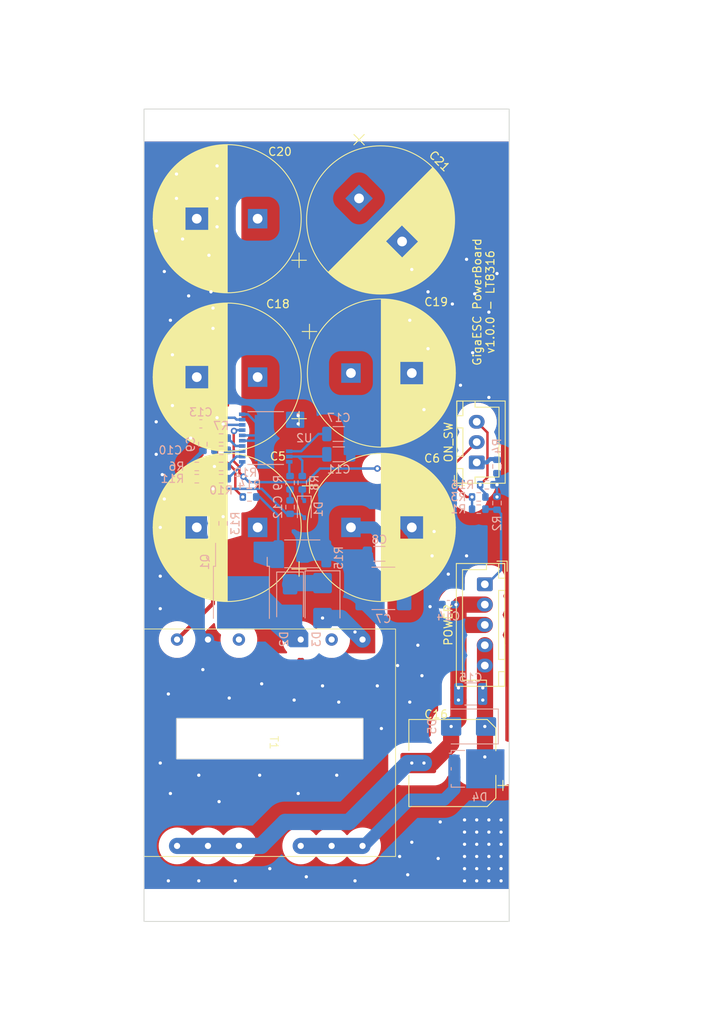
<source format=kicad_pcb>
(kicad_pcb (version 20221018) (generator pcbnew)
  (layers (0 "F.Cu" signal) (31 "B.Cu" signal) (34 "B.Paste" user) (35 "F.Paste" user) (36 "B.SilkS" user "B.Silkscreen") (37 "F.SilkS" user "F.Silkscreen") (38 "B.Mask" user) (39 "F.Mask" user) (44 "Edge.Cuts" user))
  (net 0 "")
  (net 1 "+BATT")
  (net 2 "-BATT")
  (net 3 "+12V")
  (net 4 "Net-(U2-INTVCC)")
  (net 5 "Net-(SW1-C)")
  (net 6 "GND")
  (net 7 "IN_V")
  (net 8 "Net-(SW1-A)")
  (net 9 "Net-(SW1-B)")
  (net 10 "Net-(C9-Pad1)")
  (net 11 "Net-(U2-VC)")
  (net 12 "Net-(U2-BIAS)")
  (net 13 "Net-(D1-A)")
  (net 14 "Net-(C12-Pad2)")
  (net 15 "Net-(U2-SENSE)")
  (net 16 "Net-(D1-K)")
  (net 17 "Net-(D2-K)")
  (net 18 "Net-(D2-A)")
  (net 19 "Net-(D4-A-Pad1)")
  (net 20 "Net-(Q1-G)")
  (net 21 "Net-(Q1-S)")
  (net 22 "Net-(U2-IREG{slash}SS)")
  (net 23 "Net-(U2-DCM)")
  (net 24 "Net-(U2-FB)")
  (net 25 "Net-(U2-TC)")
  (net 26 "Net-(U2-GATE)")
  (footprint "Capacitor_THT:CP_Radial_D18.0mm_P7.50mm" (layer "F.Cu") (at 64 101.5 180)
    (fp_text reference "C5" (at -2.5 8.75) (layer "F.SilkS"))
    (fp_text value "330u 200V")
    (pad "1" thru_hole rect (at 0 0 180) (size 2.4 2.4) (drill 1.2) (layers "*.Cu" "*.Mask") (net 1 "+BATT"))
    (pad "2" thru_hole circle (at 7.5 0 180) (size 2.4 2.4) (drill 1.2) (layers "*.Cu" "*.Mask") (net 2 "-BATT"))
  )
  (footprint "Connector_JST:JST_XH_B5B-XH-A_1x05_P2.50mm_Vertical" (layer "F.Cu") (at 92 108.5 -90)
    (fp_text reference "J1" hide)
    (fp_text value "AuxConn")
    (fp_text user "POWER" (at 5 4.5 90 unlocked) (layer "F.SilkS"))
    (pad "1" thru_hole roundrect (at 0 0 270) (size 1.7 1.95) (drill 0.95) (layers "*.Cu" "*.Mask") (roundrect_rratio 0.1470588235) (net 7 "IN_V"))
    (pad "2" thru_hole oval (at 2.5 0 270) (size 1.7 1.95) (drill 0.95) (layers "*.Cu" "*.Mask") (net 6 "GND"))
    (pad "3" thru_hole oval (at 5 0 270) (size 1.7 1.95) (drill 0.95) (layers "*.Cu" "*.Mask") (net 6 "GND"))
    (pad "4" thru_hole oval (at 7.5 0 270) (size 1.7 1.95) (drill 0.95) (layers "*.Cu" "*.Mask") (net 3 "+12V"))
    (pad "5" thru_hole oval (at 10 0 270) (size 1.7 1.95) (drill 0.95) (layers "*.Cu" "*.Mask") (net 3 "+12V"))
  )
  (footprint "Capacitor_THT:CP_Radial_D18.0mm_P7.50mm" (layer "F.Cu") (at 75.5 101.5)
    (fp_text reference "C6" (at 10 -8.5) (layer "F.SilkS"))
    (fp_text value "330u 200V")
    (pad "1" thru_hole rect (at 0 0) (size 2.4 2.4) (drill 1.2) (layers "*.Cu" "*.Mask") (net 1 "+BATT"))
    (pad "2" thru_hole circle (at 7.5 0) (size 2.4 2.4) (drill 1.2) (layers "*.Cu" "*.Mask") (net 2 "-BATT"))
  )
  (footprint "Connector_JST:JST_XH_B3B-XH-A_1x03_P2.50mm_Vertical" (layer "F.Cu") (at 91 93.5 90)
    (fp_text reference "SW1" hide)
    (fp_text value "POWER_SW")
    (fp_text user "ON_SW" (at 2.5 -3.475 90 unlocked) (layer "F.SilkS"))
    (pad "1" thru_hole roundrect (at 0 0 90) (size 1.7 1.95) (drill 0.95) (layers "*.Cu" "*.Mask") (roundrect_rratio 0.1470588235) (net 8 "Net-(SW1-A)"))
    (pad "2" thru_hole oval (at 2.5 0 90) (size 1.7 1.95) (drill 0.95) (layers "*.Cu" "*.Mask") (net 9 "Net-(SW1-B)"))
    (pad "3" thru_hole oval (at 5 0 90) (size 1.7 1.95) (drill 0.95) (layers "*.Cu" "*.Mask") (net 5 "Net-(SW1-C)"))
  )
  (footprint "GigaVescLibs:PQ2620" (layer "F.Cu") (at 65.5 128 -90)
    (fp_text reference "T1" (at 0 -0.5 -90 unlocked) (layer "F.SilkS") (effects (font (thickness 0.1))))
    (fp_text value "11328-T078")
    (pad "1" thru_hole circle (at -12.7 -11.43 270) (size 1.524 1.524) (drill 0.762) (layers "*.Cu" "*.Mask") (net 1 "+BATT"))
    (pad "2" thru_hole circle (at -12.7 -7.62 270) (size 1.524 1.524) (drill 0.762) (layers "*.Cu" "*.Mask"))
    (pad "3" thru_hole circle (at -12.7 -3.81 270) (size 1.524 1.524) (drill 0.762) (layers "*.Cu" "*.Mask") (net 18 "Net-(D2-A)"))
    (pad "4" thru_hole circle (at -12.7 3.81 270) (size 1.524 1.524) (drill 0.762) (layers "*.Cu" "*.Mask"))
    (pad "5" thru_hole circle (at -12.7 7.62 270) (size 1.524 1.524) (drill 0.762) (layers "*.Cu" "*.Mask") (net 2 "-BATT"))
    (pad "6" thru_hole circle (at -12.7 11.43 270) (size 1.524 1.524) (drill 0.762) (layers "*.Cu" "*.Mask") (net 13 "Net-(D1-A)"))
    (pad "7" thru_hole circle (at 12.7 11.43 270) (size 1.524 1.524) (drill 0.762) (layers "*.Cu" "*.Mask") (net 6 "GND"))
    (pad "8" thru_hole circle (at 12.7 7.62 270) (size 1.524 1.524) (drill 0.762) (layers "*.Cu" "*.Mask") (net 6 "GND"))
    (pad "9" thru_hole circle (at 12.7 3.81 270) (size 1.524 1.524) (drill 0.762) (layers "*.Cu" "*.Mask") (net 6 "GND"))
    (pad "10" thru_hole circle (at 12.7 -3.81 270) (size 1.524 1.524) (drill 0.762) (layers "*.Cu" "*.Mask") (net 19 "Net-(D4-A-Pad1)"))
    (pad "11" thru_hole circle (at 12.7 -7.62 270) (size 1.524 1.524) (drill 0.762) (layers "*.Cu" "*.Mask") (net 19 "Net-(D4-A-Pad1)"))
    (pad "12" thru_hole circle (at 12.7 -11.43 270) (size 1.524 1.524) (drill 0.762) (layers "*.Cu" "*.Mask") (net 19 "Net-(D4-A-Pad1)"))
  )
  (footprint "Capacitor_THT:CP_Radial_D18.0mm_P7.50mm" (layer "F.Cu") (at 76.5 61 -45)
    (fp_text reference "C21" (at 3.75 -10.25 135) (layer "F.SilkS"))
    (fp_text value "330u 200V")
    (pad "1" thru_hole rect (at 0 0 315) (size 2.4 2.4) (drill 1.2) (layers "*.Cu" "*.Mask") (net 1 "+BATT"))
    (pad "2" thru_hole circle (at 7.5 0 315) (size 2.4 2.4) (drill 1.2) (layers "*.Cu" "*.Mask") (net 2 "-BATT"))
  )
  (footprint "Capacitor_SMD:CP_Elec_10x10.5" (layer "F.Cu") (at 88 130.5 180)
    (fp_text reference "C16" (at 2 6) (layer "F.SilkS"))
    (fp_text value "470u 25V")
    (pad "1" smd roundrect (at -4.2 0 180) (size 4.4 2.5) (layers "F.Cu" "F.Paste" "F.Mask") (roundrect_rratio 0.1) (net 3 "+12V"))
    (pad "2" smd roundrect (at 4.2 0 180) (size 4.4 2.5) (layers "F.Cu" "F.Paste" "F.Mask") (roundrect_rratio 0.1) (net 6 "GND"))
  )
  (footprint "Capacitor_THT:CP_Radial_D18.0mm_P7.50mm" (layer "F.Cu") (at 75.5 82.5)
    (fp_text reference "C19" (at 10.5 -8.75) (layer "F.SilkS"))
    (fp_text value "330u 200V")
    (pad "1" thru_hole rect (at 0 0) (size 2.4 2.4) (drill 1.2) (layers "*.Cu" "*.Mask") (net 1 "+BATT"))
    (pad "2" thru_hole circle (at 7.5 0) (size 2.4 2.4) (drill 1.2) (layers "*.Cu" "*.Mask") (net 2 "-BATT"))
  )
  (footprint "Capacitor_THT:CP_Radial_D18.0mm_P7.50mm" (layer "F.Cu") (at 64 83 180)
    (fp_text reference "C18" (at -2.5 9) (layer "F.SilkS"))
    (fp_text value "330u 200V")
    (pad "1" thru_hole rect (at 0 0 180) (size 2.4 2.4) (drill 1.2) (layers "*.Cu" "*.Mask") (net 1 "+BATT"))
    (pad "2" thru_hole circle (at 7.5 0 180) (size 2.4 2.4) (drill 1.2) (layers "*.Cu" "*.Mask") (net 2 "-BATT"))
  )
  (footprint "Capacitor_THT:CP_Radial_D18.0mm_P7.50mm" (layer "F.Cu") (at 64 63.5 180)
    (fp_text reference "C20" (at -2.75 8.25) (layer "F.SilkS"))
    (fp_text value "330u 200V")
    (pad "1" thru_hole rect (at 0 0 180) (size 2.4 2.4) (drill 1.2) (layers "*.Cu" "*.Mask") (net 1 "+BATT"))
    (pad "2" thru_hole circle (at 7.5 0 180) (size 2.4 2.4) (drill 1.2) (layers "*.Cu" "*.Mask") (net 2 "-BATT"))
  )
  (footprint "Resistor_SMD:R_0603_1608Metric" (layer "B.Cu") (at 59.5 90.5)
    (fp_text reference "R7" (at 0 -1.5) (layer "B.SilkS") (effects (justify mirror)))
    (fp_text value "56k")
    (pad "1" smd roundrect (at -0.825 0) (size 0.8 0.95) (layers "B.Cu" "B.Paste" "B.Mask") (net 2 "-BATT"))
    (pad "2" smd roundrect (at 0.825 0) (size 0.8 0.95) (layers "B.Cu" "B.Paste" "B.Mask") (net 22 "Net-(U2-IREG{slash}SS)"))
  )
  (footprint "Capacitor_SMD:C_0603_1608Metric" (layer "B.Cu") (at 57 88.75 180)
    (fp_text reference "C13" (at 0 1.43) (layer "B.SilkS") (effects (justify mirror)))
    (fp_text value "1n")
    (pad "1" smd roundrect (at -0.775 0 180) (size 0.9 0.95) (layers "B.Cu" "B.Paste" "B.Mask") (net 15 "Net-(U2-SENSE)"))
    (pad "2" smd roundrect (at 0.775 0 180) (size 0.9 0.95) (layers "B.Cu" "B.Paste" "B.Mask") (net 2 "-BATT"))
  )
  (footprint "GigaVescLibs:C_0603_1608Metric_L" (layer "B.Cu") (at 59.5 92 180)
    (fp_text reference "C10" (at 6.25 0) (layer "B.SilkS") (effects (justify mirror)))
    (fp_text value "47p")
    (pad "1" smd roundrect (at -0.825 0 180) (size 0.8 0.95) (layers "B.Cu" "B.Paste" "B.Mask") (net 11 "Net-(U2-VC)"))
    (pad "2" smd roundrect (at 0.825 0 180) (size 0.8 0.95) (layers "B.Cu" "B.Paste" "B.Mask") (net 2 "-BATT"))
  )
  (footprint "Resistor_SMD:R_0603_1608Metric" (layer "B.Cu") (at 69.5 96 -90)
    (fp_text reference "R8" (at 0 -1.5 -270) (layer "B.SilkS") (effects (justify mirror)))
    (fp_text value "10")
    (pad "1" smd roundrect (at -0.825 0 270) (size 0.8 0.95) (layers "B.Cu" "B.Paste" "B.Mask") (net 12 "Net-(U2-BIAS)"))
    (pad "2" smd roundrect (at 0.825 0 270) (size 0.8 0.95) (layers "B.Cu" "B.Paste" "B.Mask") (net 16 "Net-(D1-K)"))
  )
  (footprint "Resistor_SMD:R_0603_1608Metric" (layer "B.Cu") (at 68 96 90)
    (fp_text reference "R9" (at 0 -1.5 90) (layer "B.SilkS") (effects (justify mirror)))
    (fp_text value "10k")
    (pad "1" smd roundrect (at -0.825 0 90) (size 0.8 0.95) (layers "B.Cu" "B.Paste" "B.Mask") (net 14 "Net-(C12-Pad2)"))
    (pad "2" smd roundrect (at 0.825 0 90) (size 0.8 0.95) (layers "B.Cu" "B.Paste" "B.Mask") (net 23 "Net-(U2-DCM)"))
  )
  (footprint "Resistor_SMD:R_0603_1608Metric" (layer "B.Cu") (at 63 97.75)
    (fp_text reference "R14" (at 0 -1.5 180) (layer "B.SilkS") (effects (justify mirror)))
    (fp_text value "100")
    (pad "1" smd roundrect (at -0.825 0) (size 0.8 0.95) (layers "B.Cu" "B.Paste" "B.Mask") (net 15 "Net-(U2-SENSE)"))
    (pad "2" smd roundrect (at 0.825 0) (size 0.8 0.95) (layers "B.Cu" "B.Paste" "B.Mask") (net 21 "Net-(Q1-S)"))
  )
  (footprint "Capacitor_SMD:C_1206_3216Metric" (layer "B.Cu") (at 79 104.75 180)
    (fp_text reference "C8" (at 0 1.75) (layer "B.SilkS") (effects (justify mirror)))
    (fp_text value "100n 200V")
    (pad "1" smd roundrect (at -1.475 0 180) (size 1.15 1.8) (layers "B.Cu" "B.Paste" "B.Mask") (roundrect_rratio 0.2173913043) (net 1 "+BATT"))
    (pad "2" smd roundrect (at 1.475 0 180) (size 1.15 1.8) (layers "B.Cu" "B.Paste" "B.Mask") (roundrect_rratio 0.2173913043) (net 2 "-BATT"))
  )
  (footprint "Resistor_SMD:R_2512_6332Metric" (layer "B.Cu") (at 69.5 104.75 180)
    (fp_text reference "R15" (at -4.5 -0.5 270) (layer "B.SilkS") (effects (justify mirror)))
    (fp_text value "0.05")
    (pad "1" smd roundrect (at -2.9625 0 180) (size 1.225 3.35) (layers "B.Cu" "B.Paste" "B.Mask") (roundrect_rratio 0.2040816327) (net 2 "-BATT"))
    (pad "2" smd roundrect (at 2.9625 0 180) (size 1.225 3.35) (layers "B.Cu" "B.Paste" "B.Mask") (roundrect_rratio 0.2040816327) (net 21 "Net-(Q1-S)"))
  )
  (footprint "Resistor_SMD:R_0603_1608Metric" (layer "B.Cu") (at 93.5 94 90)
    (fp_text reference "R4" (at 2.5 0 270) (layer "B.SilkS") (effects (justify mirror)))
    (fp_text value "20k")
    (pad "1" smd roundrect (at -0.825 0 90) (size 0.8 0.95) (layers "B.Cu" "B.Paste" "B.Mask") (net 2 "-BATT"))
    (pad "2" smd roundrect (at 0.825 0 90) (size 0.8 0.95) (layers "B.Cu" "B.Paste" "B.Mask") (net 8 "Net-(SW1-A)"))
  )
  (footprint "Capacitor_SMD:C_0603_1608Metric" (layer "B.Cu") (at 87.5 111)
    (fp_text reference "C14" (at 0 1.43 180) (layer "B.SilkS") (effects (justify mirror)))
    (fp_text value "2.2nF")
    (pad "1" smd roundrect (at -0.775 0) (size 0.9 0.95) (layers "B.Cu" "B.Paste" "B.Mask") (net 2 "-BATT"))
    (pad "2" smd roundrect (at 0.775 0) (size 0.9 0.95) (layers "B.Cu" "B.Paste" "B.Mask") (net 6 "GND"))
  )
  (footprint "Resistor_SMD:R_0603_1608Metric" (layer "B.Cu") (at 59.5 95.5)
    (fp_text reference "R10" (at 0 1.43 180) (layer "B.SilkS") (effects (justify mirror)))
    (fp_text value "120k")
    (pad "1" smd roundrect (at -0.825 0) (size 0.8 0.95) (layers "B.Cu" "B.Paste" "B.Mask") (net 24 "Net-(U2-FB)"))
    (pad "2" smd roundrect (at 0.825 0) (size 0.8 0.95) (layers "B.Cu" "B.Paste" "B.Mask") (net 25 "Net-(U2-TC)"))
  )
  (footprint "Resistor_SMD:R_0603_1608Metric" (layer "B.Cu") (at 56.5 94 180)
    (fp_text reference "R6" (at 2.5 0) (layer "B.SilkS") (effects (justify mirror)))
    (fp_text value "10k")
    (pad "1" smd roundrect (at -0.825 0 180) (size 0.8 0.95) (layers "B.Cu" "B.Paste" "B.Mask") (net 11 "Net-(U2-VC)"))
    (pad "2" smd roundrect (at 0.825 0 180) (size 0.8 0.95) (layers "B.Cu" "B.Paste" "B.Mask") (net 10 "Net-(C9-Pad1)"))
  )
  (footprint "Resistor_SMD:R_0603_1608Metric" (layer "B.Cu") (at 92.25 96.25 180)
    (fp_text reference "R16" (at 3 0) (layer "B.SilkS") (effects (justify mirror)))
    (fp_text value "20k")
    (pad "1" smd roundrect (at -0.825 0 180) (size 0.8 0.95) (layers "B.Cu" "B.Paste" "B.Mask") (net 2 "-BATT"))
    (pad "2" smd roundrect (at 0.825 0 180) (size 0.8 0.95) (layers "B.Cu" "B.Paste" "B.Mask") (net 5 "Net-(SW1-C)"))
  )
  (footprint "Resistor_SMD:R_0603_1608Metric" (layer "B.Cu") (at 91.25 97.75)
    (fp_text reference "R3" (at -2.5 0 180) (layer "B.SilkS") (effects (justify mirror)))
    (fp_text value "470k")
    (pad "1" smd roundrect (at -0.825 0) (size 0.8 0.95) (layers "B.Cu" "B.Paste" "B.Mask") (net 1 "+BATT"))
    (pad "2" smd roundrect (at 0.825 0) (size 0.8 0.95) (layers "B.Cu" "B.Paste" "B.Mask") (net 5 "Net-(SW1-C)"))
  )
  (footprint "GigaVescLibs:C_0603_1608Metric_L" (layer "B.Cu") (at 57.25 91.25 90)
    (fp_text reference "C9" (at 0 -1.5 270) (layer "B.SilkS") (effects (justify mirror)))
    (fp_text value "100n")
    (pad "1" smd roundrect (at -0.825 0 90) (size 0.8 0.95) (layers "B.Cu" "B.Paste" "B.Mask") (net 10 "Net-(C9-Pad1)"))
    (pad "2" smd roundrect (at 0.825 0 90) (size 0.8 0.95) (layers "B.Cu" "B.Paste" "B.Mask") (net 2 "-BATT"))
  )
  (footprint "Resistor_SMD:R_0603_1608Metric" (layer "B.Cu") (at 59.75 101 -90)
    (fp_text reference "R13" (at 0 -1.5 90) (layer "B.SilkS") (effects (justify mirror)))
    (fp_text value "20")
    (pad "1" smd roundrect (at -0.825 0 270) (size 0.8 0.95) (layers "B.Cu" "B.Paste" "B.Mask") (net 26 "Net-(U2-GATE)"))
    (pad "2" smd roundrect (at 0.825 0 270) (size 0.8 0.95) (layers "B.Cu" "B.Paste" "B.Mask") (net 20 "Net-(Q1-G)"))
  )
  (footprint "Resistor_SMD:R_0603_1608Metric" (layer "B.Cu") (at 91.25 99.25)
    (fp_text reference "R1" (at -2.5 0 180) (layer "B.SilkS") (effects (justify mirror)))
    (fp_text value "150k")
    (pad "1" smd roundrect (at -0.825 0) (size 0.8 0.95) (layers "B.Cu" "B.Paste" "B.Mask") (net 1 "+BATT"))
    (pad "2" smd roundrect (at 0.825 0) (size 0.8 0.95) (layers "B.Cu" "B.Paste" "B.Mask") (net 7 "IN_V"))
  )
  (footprint "Resistor_SMD:R_0603_1608Metric" (layer "B.Cu") (at 93.5 98.5 90)
    (fp_text reference "R2" (at -2.5 0 270) (layer "B.SilkS") (effects (justify mirror)))
    (fp_text value "2.7k")
    (pad "1" smd roundrect (at -0.825 0 90) (size 0.8 0.95) (layers "B.Cu" "B.Paste" "B.Mask") (net 7 "IN_V"))
    (pad "2" smd roundrect (at 0.825 0 90) (size 0.8 0.95) (layers "B.Cu" "B.Paste" "B.Mask") (net 2 "-BATT"))
  )
  (footprint "Resistor_SMD:R_0603_1608Metric" (layer "B.Cu") (at 59.5 94)
    (fp_text reference "R12" (at 3 0.75 180) (layer "B.SilkS") (effects (justify mirror)))
    (fp_text value "56k")
    (pad "1" smd roundrect (at -0.825 0) (size 0.8 0.95) (layers "B.Cu" "B.Paste" "B.Mask") (net 13 "Net-(D1-A)"))
    (pad "2" smd roundrect (at 0.825 0) (size 0.8 0.95) (layers "B.Cu" "B.Paste" "B.Mask") (net 24 "Net-(U2-FB)"))
  )
  (footprint "GigaVescLibs:IC_LT8316EFE#PBF" (layer "B.Cu") (at 65 90.5 180)
    (fp_text reference "U2" (at -4.75 0) (layer "B.SilkS") (effects (justify mirror)))
    (fp_text value "LT8316EFE#PBF")
    (pad "1" smd rect (at -2.9 2.925 180) (size 0.8 0.45) (layers "B.Cu" "B.Paste" "B.Mask") (net 1 "+BATT"))
    (pad "2" smd rect (at -2.9 2.275 180) (size 0.8 0.45) (layers "B.Cu" "B.Paste" "B.Mask") (net 1 "+BATT"))
    (pad "3" smd rect (at -2.9 1.625 180) (size 0.8 0.45) (layers "B.Cu" "B.Paste" "B.Mask") (net 1 "+BATT"))
    (pad "8" smd rect (at -2.9 -1.625 180) (size 0.8 0.45) (layers "B.Cu" "B.Paste" "B.Mask") (net 4 "Net-(U2-INTVCC)"))
    (pad "9" smd rect (at -2.9 -2.275 180) (size 0.8 0.45) (layers "B.Cu" "B.Paste" "B.Mask") (net 12 "Net-(U2-BIAS)"))
    (pad "10" smd rect (at -2.9 -2.925 180) (size 0.8 0.45) (layers "B.Cu" "B.Paste" "B.Mask") (net 23 "Net-(U2-DCM)"))
    (pad "11" smd rect (at 2.9 -2.925 180) (size 0.8 0.45) (layers "B.Cu" "B.Paste" "B.Mask") (net 25 "Net-(U2-TC)"))
    (pad "12" smd rect (at 2.9 -2.275 180) (size 0.8 0.45) (layers "B.Cu" "B.Paste" "B.Mask") (net 24 "Net-(U2-FB)"))
    (pad "13" smd rect (at 2.9 -1.625 180) (size 0.8 0.45) (layers "B.Cu" "B.Paste" "B.Mask") (net 11 "Net-(U2-VC)"))
    (pad "14" smd rect (at 2.9 -0.975 180) (size 0.8 0.45) (layers "B.Cu" "B.Paste" "B.Mask") (net 22 "Net-(U2-IREG{slash}SS)"))
    (pad "15" smd rect (at 2.9 -0.325 180) (size 0.8 0.45) (layers "B.Cu" "B.Paste" "B.Mask") (net 2 "-BATT"))
    (pad "16" smd rect (at 2.9 0.325 180) (size 0.8 0.45) (layers "B.Cu" "B.Paste" "B.Mask") (net 2 "-BATT"))
    (pad "17" smd rect (at 2.9 0.975 180) (size 0.8 0.45) (layers "B.Cu" "B.Paste" "B.Mask") (net 9 "Net-(SW1-B)"))
    (pad "18" smd rect (at 2.9 1.625 180) (size 0.8 0.45) (layers "B.Cu" "B.Paste" "B.Mask") (net 15 "Net-(U2-SENSE)"))
    (pad "19" smd rect (at 2.9 2.275 180) (size 0.8 0.45) (layers "B.Cu" "B.Paste" "B.Mask") (net 26 "Net-(U2-GATE)"))
    (pad "20" smd rect (at 2.9 2.925 180) (size 0.8 0.45) (layers "B.Cu" "B.Paste" "B.Mask") (net 2 "-BATT"))
    (pad "21" smd rect (at 0.47 0 180) (size 1.78 5.68) (layers "B.Cu" "B.Mask") (net 2 "-BATT"))
  )
  (footprint "Capacitor_SMD:C_1210_3225Metric" (layer "B.Cu") (at 90.25 122 180)
    (fp_text reference "C15" (at 0 2) (layer "B.SilkS") (effects (justify mirror)))
    (fp_text value "47u 16V")
    (pad "1" smd roundrect (at -1.475 0 180) (size 1.15 2.7) (layers "B.Cu" "B.Paste" "B.Mask") (roundrect_rratio 0.2173913043) (net 3 "+12V"))
    (pad "2" smd roundrect (at 1.475 0 180) (size 1.15 2.7) (layers "B.Cu" "B.Paste" "B.Mask") (roundrect_rratio 0.2173913043) (net 6 "GND"))
  )
  (footprint "Diode_SMD:D_SOD-323" (layer "B.Cu") (at 69.75 99.25 -90)
    (fp_text reference "D1" (at 0 -1.75 -270) (layer "B.SilkS") (effects (justify mirror)))
    (fp_text value "BAV20WS-7-F")
    (pad "1" smd roundrect (at -1.05 0 270) (size 0.6 0.45) (layers "B.Cu" "B.Paste" "B.Mask") (net 16 "Net-(D1-K)"))
    (pad "2" smd roundrect (at 1.05 0 270) (size 0.6 0.45) (layers "B.Cu" "B.Paste" "B.Mask") (net 13 "Net-(D1-A)"))
  )
  (footprint "Package_TO_SOT_SMD:TO-277A" (layer "B.Cu") (at 91.015 131.21 -90)
    (fp_text reference "D4" (at 3.5 -0.35) (layer "B.SilkS") (effects (justify mirror)))
    (fp_text value "FSV15120V")
    (pad "1" smd rect (at -1.04 2.765 270) (size 1.4 1.27) (layers "B.Cu" "B.Paste" "B.Mask") (net 19 "Net-(D4-A-Pad1)"))
    (pad "2" smd rect (at 1.04 2.765 270) (size 1.4 1.27) (layers "B.Cu" "B.Paste" "B.Mask") (net 19 "Net-(D4-A-Pad1)"))
    (pad "3" smd rect (at 0 -1.04 270) (size 4.8 4.72) (layers "B.Cu" "B.Mask") (net 3 "+12V"))
  )
  (footprint "Diode_SMD:D_SMB" (layer "B.Cu") (at 72 110.5 -90)
    (fp_text reference "D3" (at 4.75 0.75 90) (layer "B.SilkS") (effects (justify mirror)))
    (fp_text value "SMBJ188A")
    (pad "1" smd roundrect (at -2.15 0 270) (size 2.5 2.3) (layers "B.Cu" "B.Paste" "B.Mask") (roundrect_rratio 0.1086956522) (net 17 "Net-(D2-K)"))
    (pad "2" smd roundrect (at 2.15 0 270) (size 2.5 2.3) (layers "B.Cu" "B.Paste" "B.Mask") (roundrect_rratio 0.1086956522) (net 1 "+BATT"))
  )
  (footprint "Resistor_SMD:R_0603_1608Metric" (layer "B.Cu") (at 56.5 95.5 180)
    (fp_text reference "R11" (at 3 0) (layer "B.SilkS") (effects (justify mirror)))
    (fp_text value "6.2k")
    (pad "1" smd roundrect (at -0.825 0 180) (size 0.8 0.95) (layers "B.Cu" "B.Paste" "B.Mask") (net 24 "Net-(U2-FB)"))
    (pad "2" smd roundrect (at 0.825 0 180) (size 0.8 0.95) (layers "B.Cu" "B.Paste" "B.Mask") (net 2 "-BATT"))
  )
  (footprint "Capacitor_SMD:C_1206_3216Metric" (layer "B.Cu") (at 74 90)
    (fp_text reference "C17" (at 0 -2) (layer "B.SilkS") (effects (justify mirror)))
    (fp_text value "4.7u 50V")
    (pad "1" smd roundrect (at -1.475 0) (size 1.15 1.8) (layers "B.Cu" "B.Paste" "B.Mask") (roundrect_rratio 0.2173913043) (net 4 "Net-(U2-INTVCC)"))
    (pad "2" smd roundrect (at 1.475 0) (size 1.15 1.8) (layers "B.Cu" "B.Paste" "B.Mask") (roundrect_rratio 0.2173913043) (net 2 "-BATT"))
  )
  (footprint "Capacitor_SMD:C_1206_3216Metric" (layer "B.Cu") (at 74 92.5)
    (fp_text reference "C11" (at 0 1.85) (layer "B.SilkS") (effects (justify mirror)))
    (fp_text value "4.7u 50V")
    (pad "1" smd roundrect (at -1.475 0) (size 1.15 1.8) (layers "B.Cu" "B.Paste" "B.Mask") (roundrect_rratio 0.2173913043) (net 12 "Net-(U2-BIAS)"))
    (pad "2" smd roundrect (at 1.475 0) (size 1.15 1.8) (layers "B.Cu" "B.Paste" "B.Mask") (roundrect_rratio 0.2173913043) (net 2 "-BATT"))
  )
  (footprint "Diode_SMD:D_SMB" (layer "B.Cu") (at 90 126 180)
    (fp_text reference "D5" (at 4.5 0 90) (layer "B.SilkS") (effects (justify mirror)))
    (fp_text value "3SMB5928B")
    (pad "1" smd roundrect (at -2.15 0 180) (size 2.5 2.3) (layers "B.Cu" "B.Paste" "B.Mask") (roundrect_rratio 0.1086956522) (net 3 "+12V"))
    (pad "2" smd roundrect (at 2.15 0 180) (size 2.5 2.3) (layers "B.Cu" "B.Paste" "B.Mask") (roundrect_rratio 0.1086956522) (net 6 "GND"))
  )
  (footprint "GigaVescLibs:C_0603_1608Metric_L" (layer "B.Cu") (at 68 99 90)
    (fp_text reference "C12" (at 0 -1.5 270) (layer "B.SilkS") (effects (justify mirror)))
    (fp_text value "47p")
    (pad "1" smd roundrect (at -0.825 0 90) (size 0.8 0.95) (layers "B.Cu" "B.Paste" "B.Mask") (net 13 "Net-(D1-A)"))
    (pad "2" smd roundrect (at 0.825 0 90) (size 0.8 0.95) (layers "B.Cu" "B.Paste" "B.Mask") (net 14 "Net-(C12-Pad2)"))
  )
  (footprint "Capacitor_SMD:C_2220_5650Metric" (layer "B.Cu") (at 79.5 109 180)
    (fp_text reference "C7" (at 0 -3.75) (layer "B.SilkS") (effects (justify mirror)))
    (fp_text value "1u 200V")
    (pad "1" smd roundrect (at -2.55 0 180) (size 1.8 5.4) (layers "B.Cu" "B.Paste" "B.Mask") (roundrect_rratio 0.1388888889) (net 1 "+BATT"))
    (pad "2" smd roundrect (at 2.55 0 180) (size 1.8 5.4) (layers "B.Cu" "B.Paste" "B.Mask") (roundrect_rratio 0.1388888889) (net 2 "-BATT"))
  )
  (footprint "Diode_SMD:D_SMA" (layer "B.Cu") (at 68 110.5 -90)
    (fp_text reference "D2" (at 4.75 0.75 -90) (layer "B.SilkS") (effects (justify mirror)))
    (fp_text value "US1M")
    (pad "1" smd roundrect (at -2 0 270) (size 2.5 1.8) (layers "B.Cu" "B.Paste" "B.Mask") (roundrect_rratio 0.1388888889) (net 17 "Net-(D2-K)"))
    (pad "2" smd roundrect (at 2 0 270) (size 2.5 1.8) (layers "B.Cu" "B.Paste" "B.Mask") (roundrect_rratio 0.1388888889) (net 18 "Net-(D2-A)"))
  )
  (footprint "Package_TO_SOT_SMD:TO-252-2" (layer "B.Cu") (at 62 109.59 -90)
    (fp_text reference "Q1" (at -3.84 4.5 90) (layer "B.SilkS") (effects (justify mirror)))
    (fp_text value "STD11N65M2")
    (pad "1" smd roundrect (at -5.04 2.28 270) (size 2.2 1.2) (layers "B.Cu" "B.Paste" "B.Mask") (roundrect_rratio 0.2083333333) (net 20 "Net-(Q1-G)"))
    (pad "2" smd roundrect (at -0.415 -1.525 270) (size 3.05 2.75) (layers "B.Cu" "B.Paste") (roundrect_rratio 0.09090909091) (net 18 "Net-(D2-A)"))
    (pad "2" smd roundrect (at -0.415 1.525 270) (size 3.05 2.75) (layers "B.Cu" "B.Paste") (roundrect_rratio 0.09090909091) (net 18 "Net-(D2-A)"))
    (pad "2" smd roundrect (at 1.26 0 270) (size 6.4 5.8) (layers "B.Cu" "B.Mask") (roundrect_rratio 0.04310293103) (net 18 "Net-(D2-A)"))
    (pad "2" smd roundrect (at 2.935 -1.525 270) (size 3.05 2.75) (layers "B.Cu" "B.Paste") (roundrect_rratio 0.09090909091) (net 18 "Net-(D2-A)"))
    (pad "2" smd roundrect (at 2.935 1.525 270) (size 3.05 2.75) (layers "B.Cu" "B.Paste") (roundrect_rratio 0.09090909091) (net 18 "Net-(D2-A)"))
    (pad "3" smd roundrect (at -5.04 -2.28 270) (size 2.2 1.2) (layers "B.Cu" "B.Paste" "B.Mask") (roundrect_rratio 0.2083333333) (net 21 "Net-(Q1-S)"))
  )
  (gr_rect (start 54 125) (end 77 130) (stroke (width 0.1)) (fill none) (layer "Edge.Cuts"))
  (gr_rect (start 50 50) (end 95 150) (stroke (width 0.1)) (fill none) (layer "Edge.Cuts"))
  (gr_text "GigaESC PowerBoard\nv1.0.0 - LT8316" (at 93.25 73.75 90) (layer "F.SilkS") (effects (font (size 1 1)) (justify bottom)))
  (segment (start 89.75 97.75) (end 88.5 96.5) (width 0.3) (layer "F.Cu") (net 1))
  (segment (start 88.5 96.5) (end 78.25 96.5) (width 0.3) (layer "F.Cu") (net 1))
  (segment (start 90.425 97.75) (end 89.75 97.75) (width 0.3) (layer "F.Cu") (net 1))
  (via (at 69 88.75) (size 0.8) (drill 0.4) (layers "F.Cu" "B.Cu") (net 1))
  (via (at 90.425 97.75) (size 0.8) (drill 0.4) (layers "F.Cu" "B.Cu") (net 1))
  (via (at 72 112.65) (size 0.8) (drill 0.4) (layers "F.Cu" "B.Cu") (net 1))
  (via (at 69 87.75) (size 0.8) (drill 0.4) (layers "F.Cu" "B.Cu") (net 1))
  (via (at 76 114.37) (size 0.8) (drill 0.4) (layers "F.Cu" "B.Cu") (net 1))
  (segment (start 82.05 106.325) (end 80.475 104.75) (width 1.5) (layer "B.Cu") (net 1))
  (segment (start 82.05 109) (end 82.05 106.325) (width 1.5) (layer "B.Cu") (net 1))
  (segment (start 78.25 101.5) (end 80.475 103.725) (width 1.5) (layer "B.Cu") (net 1))
  (segment (start 72 112.65) (end 74.28 112.65) (width 2) (layer "B.Cu") (net 1))
  (segment (start 75.5 101.5) (end 78.25 101.5) (width 1.5) (layer "B.Cu") (net 1))
  (segment (start 90.425 99.25) (end 90.425 97.75) (width 0.3) (layer "B.Cu") (net 1))
  (segment (start 80.475 103.725) (end 80.475 104.75) (width 1.5) (layer "B.Cu") (net 1))
  (segment (start 74.28 112.65) (end 76.93 115.3) (width 2) (layer "B.Cu") (net 1))
  (via (at 58.25 72.5) (size 0.8) (drill 0.4) (layers "F.Cu" "B.Cu") (net 2))
  (via (at 51.5 88.5) (size 0.8) (drill 0.4) (layers "F.Cu" "B.Cu") (net 2))
  (via (at 94 139) (size 0.8) (drill 0.4) (layers "F.Cu" "B.Cu") (net 2))
  (via (at 81.5 142) (size 0.8) (drill 0.4) (layers "F.Cu" "B.Cu") (net 2))
  (via (at 72 121) (size 0.8) (drill 0.4) (layers "F.Cu" "B.Cu") (net 2))
  (via (at 92.5 143.5) (size 0.8) (drill 0.4) (layers "F.Cu" "B.Cu") (net 2))
  (via (at 85 79.5) (size 0.8) (drill 0.4) (layers "F.Cu" "B.Cu") (net 2))
  (via (at 92.5 140.5) (size 0.8) (drill 0.4) (layers "F.Cu" "B.Cu") (net 2))
  (via (at 91 140.5) (size 0.8) (drill 0.4) (layers "F.Cu" "B.Cu") (net 2))
  (via (at 52.5 70) (size 0.8) (drill 0.4) (layers "F.Cu" "B.Cu") (net 2))
  (via (at 82.75 76) (size 0.8) (drill 0.4) (layers "F.Cu" "B.Cu") (net 2))
  (via (at 54.75 66) (size 0.8) (drill 0.4) (layers "F.Cu" "B.Cu") (net 2))
  (via (at 58.5 77) (size 0.8) (drill 0.4) (layers "F.Cu" "B.Cu") (net 2))
  (via (at 57.25 119) (size 0.8) (drill 0.4) (layers "F.Cu" "B.Cu") (net 2))
  (via (at 55.5 73) (size 0.8) (drill 0.4) (layers "F.Cu" "B.Cu") (net 2))
  (via (at 91 142) (size 0.8) (drill 0.4) (layers "F.Cu" "B.Cu") (net 2))
  (via (at 52 101.5) (size 0.8) (drill 0.4) (layers "F.Cu" "B.Cu") (net 2))
  (via (at 92.5 137.5) (size 0.8) (drill 0.4) (layers "F.Cu" "B.Cu") (net 2))
  (via (at 91 139) (size 0.8) (drill 0.4) (layers "F.Cu" "B.Cu") (net 2))
  (via (at 89.75 105) (size 0.8) (drill 0.4) (layers "F.Cu" "B.Cu") (net 2))
  (via (at 52 130.5) (size 0.8) (drill 0.4) (layers "F.Cu" "B.Cu") (net 2))
  (via (at 64.5 120.75) (size 0.8) (drill 0.4) (layers "F.Cu" "B.Cu") (net 2))
  (via (at 83 69.75) (size 0.8) (drill 0.4) (layers "F.Cu" "B.Cu") (net 2))
  (via (at 53.5 86.5) (size 0.8) (drill 0.4) (layers "F.Cu" "B.Cu") (net 2))
  (via (at 58 68) (size 0.8) (drill 0.4) (layers "F.Cu" "B.Cu") (net 2))
  (via (at 92.5 145) (size 0.8) (drill 0.4) (layers "F.Cu" "B.Cu") (net 2))
  (via (at 79.25 126.25) (size 0.8) (drill 0.4) (layers "F.Cu" "B.Cu") (net 2))
  (via (at 53 122) (size 0.8) (drill 0.4) (layers "F.Cu" "B.Cu") (net 2))
  (via (at 54 61) (size 0.8) (drill 0.4) (layers "F.Cu" "B.Cu") (net 2))
  (via (at 89.75 68.5) (size 0.8) (drill 0.4) (layers "F.Cu" "B.Cu") (net 2))
  (via (at 61.25 145) (size 0.8) (drill 0.4) (layers "F.Cu" "B.Cu") (net 2))
  (via (at 92.5 142) (size 0.8) (drill 0.4) (layers "F.Cu" "B.Cu") (net 2))
  (via (at 68.5 122.75) (size 0.8) (drill 0.4) (layers "F.Cu" "B.Cu") (net 2))
  (via (at 89.5 145) (size 0.8) (drill 0.4) (layers "F.Cu" "B.Cu") (net 2))
  (via (at 82.5 144.25) (size 0.8) (drill 0.4) (layers "F.Cu" "B.Cu") (net 2))
  (via (at 92.5 75) (size 0.8) (drill 0.4) (layers "F.Cu" "B.Cu") (net 2))
  (via (at 52.5 98) (size 0.8) (drill 0.4) (layers "F.Cu" "B.Cu") (net 2))
  (via (at 90.5 80) (size 0.8) (drill 0.4) (layers "F.Cu" "B.Cu") (net 2))
  (via (at 89.5 140.5) (size 0.8) (drill 0.4) (layers "F.Cu" "B.Cu") (net 2))
  (via (at 59 64.5) (size 0.8) (drill 0.4) (layers "F.Cu" "B.Cu") (net 2))
  (via (at 84.25 119.75) (size 0.8) (drill 0.4) (layers "F.Cu" "B.Cu") (net 2))
  (via (at 85.5 105) (size 0.8) (drill 0.4) (layers "F.Cu" "B.Cu") (net 2))
  (via (at 94 137.5) (size 0.8) (drill 0.4) (layers "F.Cu" "B.Cu") (net 2))
  (via (at 56.75 145) (size 0.8) (drill 0.4) (layers "F.Cu" "B.Cu") (net 2))
  (via (at 89.5 142) (size 0.8) (drill 0.4) (layers "F.Cu" "B.Cu") (net 2))
  (via (at 70 144.5) (size 0.8) (drill 0.4) (layers "F.Cu" "B.Cu") (net 2))
  (via (at 85.75 102) (size 0.8) (drill 0.4) (layers "F.Cu" "B.Cu") (net 2))
  (via (at 89.5 139) (size 0.8) (drill 0.4) (layers "F.Cu" "B.Cu") (net 2))
  (via (at 76 145) (size 0.8) (drill 0.4) (layers "F.Cu" "B.Cu") (net 2))
  (via (at 52.25 95) (size 0.8) (drill 0.4) (layers "F.Cu" "B.Cu") (net 2))
  (via (at 84.5 87) (size 0.8) (drill 0.4) (layers "F.Cu" "B.Cu") (net 2))
  (via (at 53.25 134.25) (size 0.8) (drill 0.4) (layers "F.Cu" "B.Cu") (net 2))
  (via (at 94 145) (size 0.8) (drill 0.4) (layers "F.Cu" "B.Cu") (net 2))
  (via (at 91 143.500001) (size 0.8) (drill 0.4) (layers "F.Cu" "B.Cu") (net 2))
  (via (at 60.5 122.5) (size 0.8) (drill 0.4) (layers "F.Cu" "B.Cu") (net 2))
  (via (at 89.5 143.5) (size 0.8) (drill 0.4) (layers "F.Cu" "B.Cu") (net 2))
  (via (at 56.75 132) (size 0.8) (drill 0.4) (layers "F.Cu" "B.Cu") (net 2))
  (via (at 92.5 139) (size 0.8) (drill 0.4) (layers "F.Cu" "B.Cu") (net 2))
  (via (at 59.25 135.25) (size 0.8) (drill 0.4) (layers "F.Cu" "B.Cu") (net 2))
  (via (at 92.5 85.5) (size 0.8) (drill 0.4) (layers "F.Cu" "B.Cu") (net 2))
  (via (at 86.25 142.25) (size 0.8) (drill 0.4) (layers "F.Cu" "B.Cu") (net 2))
  (via (at 90.75 72.75) (size 0.8) (drill 0.4) (layers "F.Cu" "B.Cu") (net 2))
  (via (at 52 107.5) (size 0.8) (drill 0.4) (layers "F.Cu" "B.Cu") (net 2))
  (via (at 85 72.5) (size 0.8) (drill 0.4) (layers "F.Cu" "B.Cu") (net 2))
  (via (at 54 58) (size 0.8) (drill 0.4) (layers "F.Cu" "B.Cu") (net 2))
  (via (at 91 137.5) (size 0.8) (drill 0.4) (layers "F.Cu" "B.Cu") (net 2))
  (via (at 51.5 65) (size 0.8) (drill 0.4) (layers "F.Cu" "B.Cu") (net 2))
  (via (at 53 145) (size 0.8) (drill 0.4) (layers "F.Cu" "B.Cu") (net 2))
  (via (at 94 143.5) (size 0.8) (drill 0.4) (layers "F.Cu" "B.Cu") (net 2))
  (via (at 83 140.25) (size 0.8) (drill 0.4) (layers "F.Cu" "B.Cu") (net 2))
  (via (at 89 84) (size 0.8) (drill 0.4) (layers "F.Cu" "B.Cu") (net 2))
  (via (at 82.75 123) (size 0.8) (drill 0.4) (layers "F.Cu" "B.Cu") (net 2))
  (via (at 58.5 74.5) (size 0.8) (drill 0.4) (layers "F.Cu" "B.Cu") (net 2))
  (via (at 93.5 70.25) (size 0.8) (drill 0.4) (layers "F.Cu" "B.Cu") (net 2))
  (via (at 53.5 80.25) (size 0.8) (drill 0.4) (layers "F.Cu" "B.Cu") (net 2))
  (via (at 81.25 118.5) (size 0.8) (drill 0.4) (layers "F.Cu" "B.Cu") (net 2))
  (via (at 85.25 111.25) (size 0.8) (drill 0.4) (layers "F.Cu" "B.Cu") (net 2))
  (via (at 93.5 97.75) (size 0.8) (drill 0.4) (layers "F.Cu" "B.Cu") (net 2))
  (via (at 59 61) (size 0.8) (drill 0.4) (layers "F.Cu" "B.Cu") (net 2))
  (via (at 88 74) (size 0.8) (drill 0.4) (layers "F.Cu" "B.Cu") (net 2))
  (via (at 65.5 143.5) (size 0.8) (drill 0.4) (layers "F.Cu" "B.Cu") (net 2))
  (via (at 59 57) (size 0.8) (drill 0.4) (layers "F.Cu" "B.Cu") (net 2))
  (via (at 64.25 132) (size 0.8) (drill 0.4) (layers "F.Cu" "B.Cu") (net 2))
  (via (at 86.5 137.75) (size 0.8) (drill 0.4) (layers "F.Cu" "B.Cu") (net 2))
  (via (at 73.75 132) (size 0.8) (drill 0.4) (layers "F.Cu" "B.Cu") (net 2))
  (via (at 55.75 90.5) (size 0.8) (drill 0.4) (layers "F.Cu" "B.Cu") (net 2))
  (via (at 51.5 92.5) (size 0.8) (drill 0.4) (layers "F.Cu" "B.Cu") (net 2))
  (via (at 91 145) (size 0.8) (drill 0.4) (layers "F.Cu" "B.Cu") (net 2))
  (via (at 74 123) (size 0.8) (drill 0.4) (layers "F.Cu" "B.Cu") (net 2))
  (via (at 53.25 76) (size 0.8) (drill 0.4) (layers "F.Cu" "B.Cu") (net 2))
  (via (at 94 140.5) (size 0.8) (drill 0.4) (layers "F.Cu" "B.Cu") (net 2))
  (via (at 89.5 137.5) (size 0.8) (drill 0.4) (layers "F.Cu" "B.Cu") (net 2))
  (via (at 83.75 116) (size 0.8) (drill 0.4) (layers "F.Cu" "B.Cu") (net 2))
  (via (at 69 134.25) (size 0.8) (drill 0.4) (layers "F.Cu" "B.Cu") (net 2))
  (via (at 93.5 96.25) (size 0.8) (drill 0.4) (layers "F.Cu" "B.Cu") (net 2))
  (via (at 87.5 107.25) (size 0.8) (drill 0.4) (layers "F.Cu" "B.Cu") (net 2))
  (via (at 94 142) (size 0.8) (drill 0.4) (layers "F.Cu" "B.Cu") (net 2))
  (via (at 52 111.5) (size 0.8) (drill 0.4) (layers "F.Cu" "B.Cu") (net 2))
  (via (at 78.75 121) (size 0.8) (drill 0.4) (layers "F.Cu" "B.Cu") (net 2))
  (segment (start 55.675 95.5) (end 54.75 95.5) (width 0.5) (layer "B.Cu") (net 2))
  (segment (start 55.825 90.425) (end 58.275 90.425) (width 0.5) (layer "B.Cu") (net 2))
  (segment (start 93.5 97.675) (end 93.5 97.75) (width 0.3) (layer "B.Cu") (net 2))
  (segment (start 64.5 88.5) (end 64.5 89.275) (width 0.3) (layer "B.Cu") (net 2))
  (segment (start 62.8 87.575) (end 63.725 88.5) (width 0.3) (layer "B.Cu") (net 2))
  (segment (start 63.725 88.5) (end 64.5 88.5) (width 0.3) (layer "B.Cu") (net 2))
  (segment (start 64.5 89.275) (end 64.53 89.305) (width 0.3) (layer "B.Cu") (net 2))
  (segment (start 64.53 89.305) (end 64.53 90.5) (width 0.3) (layer "B.Cu") (net 2))
  (segment (start 55.25 91) (end 55.75 90.5) (width 0.5) (layer "B.Cu") (net 2))
  (segment (start 64.5 90.53) (end 64.5 90.5) (width 0.3) (layer "B.Cu") (net 2))
  (segment (start 93.5 97.75) (end 93.5 96.25) (width 0.3) (layer "B.Cu") (net 2))
  (segment (start 64.205 90.825) (end 64.5 90.53) (width 0.3) (layer "B.Cu") (net 2))
  (segment (start 64.53 90.5) (end 64.53 90.5) (width 0.3) (layer "B.Cu") (net 2))
  (segment (start 64.5 90.5) (end 64.53 90.5) (width 0.3) (layer "B.Cu") (net 2))
  (segment (start 54.75 95.5) (end 53.75 96.5) (width 0.5) (layer "B.Cu") (net 2))
  (segment (start 62.1 87.575) (end 62.8 87.575) (width 0.3) (layer "B.Cu") (net 2))
  (segment (start 58.675 90.825) (end 58.675 90.5) (width 0.5) (layer "B.Cu") (net 2))
  (segment (start 55.75 90.5) (end 55.825 90.425) (width 0.5) (layer "B.Cu") (net 2))
  (segment (start 58.675 92) (end 58.675 90.825) (width 0.5) (layer "B.Cu") (net 2))
  (segment (start 64.205 90.175) (end 64.53 90.5) (width 0.3) (layer "B.Cu") (net 2))
  (segment (start 58.275 90.425) (end 58.675 90.825) (width 0.5) (layer "B.Cu") (net 2))
  (segment (start 62.1 90.175) (end 64.205 90.175) (width 0.3) (layer "B.Cu") (net 2))
  (segment (start 62.1 90.825) (end 64.205 90.825) (width 0.3) (layer "B.Cu") (net 2))
  (segment (start 92 126) (end 92.025 126.025) (width 2) (layer "F.Cu") (net 3))
  (segment (start 92.025 126.025) (end 92.025 129.725) (width 2) (layer "F.Cu") (net 3))
  (segment (start 92.025 120.975) (end 92.025 125.975) (width 2) (layer "F.Cu") (net 3))
  (segment (start 92.025 125.975) (end 92 126) (width 2) (layer "F.Cu") (net 3))
  (segment (start 92.025 130.325) (end 92.2 130.5) (width 2) (layer "F.Cu") (net 3))
  (segment (start 92.025 116.025) (end 92.025 120.975) (width 2) (layer "F.Cu") (net 3))
  (segment (start 92 116) (end 92.025 116.025) (width 2) (layer "F.Cu") (net 3))
  (segment (start 92 129.75) (end 92.025 129.775) (width 2) (layer "F.Cu") (net 3))
  (segment (start 92.025 129.725) (end 92 129.75) (width 2) (layer "F.Cu") (net 3))
  (segment (start 92.025 129.775) (end 92.025 130.325) (width 2) (layer "F.Cu") (net 3))
  (via (at 91.75 121.25) (size 0.8) (drill 0.4) (layers "F.Cu" "B.Cu") (net 3))
  (via (at 92 129.75) (size 0.8) (drill 0.4) (layers "F.Cu" "B.Cu") (net 3))
  (via (at 92 126) (size 0.8) (drill 0.4) (layers "F.Cu" "B.Cu") (net 3))
  (via (at 91.75 122.75) (size 0.8) (drill 0.4) (layers "F.Cu" "B.Cu") (net 3))
  (segment (start 69.375 92.125) (end 71.5 90) (width 0.3) (layer "B.Cu") (net 4))
  (segment (start 67.9 92.125) (end 69.375 92.125) (width 0.3) (layer "B.Cu") (net 4))
  (segment (start 71.5 90) (end 72.525 90) (width 0.3) (layer "B.Cu") (net 4))
  (segment (start 92.325 89.825) (end 92.325 95.35) (width 0.3) (layer "F.Cu") (net 5))
  (segment (start 91 88.5) (end 92.325 89.825) (width 0.3) (layer "F.Cu") (net 5))
  (segment (start 92.325 95.35) (end 91.425 96.25) (width 0.3) (layer "F.Cu") (net 5))
  (via (at 91.425 96.25) (size 0.8) (drill 0.4) (layers "F.Cu" "B.Cu") (net 5))
  (segment (start 92.075 97.75) (end 92.075 97.325) (width 0.3) (layer "B.Cu") (net 5))
  (segment (start 91.425 96.675) (end 91.425 96.25) (width 0.3) (layer "B.Cu") (net 5))
  (segment (start 92.075 97.325) (end 91.425 96.675) (width 0.3) (layer "B.Cu") (net 5))
  (segment (start 87.85 126) (end 87.85 128.15) (width 2) (layer "F.Cu") (net 6))
  (segment (start 88.75 122.75) (end 88.75 121.25) (width 2) (layer "F.Cu") (net 6))
  (segment (start 88.75 113.5) (end 88.75 111.25) (width 2) (layer "F.Cu") (net 6))
  (segment (start 87.85 128.15) (end 85.5 130.5) (width 2) (layer "F.Cu") (net 6))
  (segment (start 88.75 125.1) (end 88.75 122.75) (width 2) (layer "F.Cu") (net 6))
  (segment (start 83 130.5) (end 84.5 130.5) (width 2) (layer "F.Cu") (net 6))
  (segment (start 88.75 111.25) (end 89 111) (width 2) (layer "F.Cu") (net 6))
  (segment (start 88.75 121.25) (end 88.75 113.5) (width 2) (layer "F.Cu") (net 6))
  (segment (start 83 130.5) (end 83.8 130.5) (width 2) (layer "F.Cu") (net 6))
  (segment (start 85.5 130.5) (end 84.5 130.5) (width 2) (layer "F.Cu") (net 6))
  (segment (start 92 113.5) (end 88.75 113.5) (width 2) (layer "F.Cu") (net 6))
  (segment (start 87.85 126) (end 88.75 125.1) (width 2) (layer "F.Cu") (net 6))
  (segment (start 89 111) (end 92 111) (width 2) (layer "F.Cu") (net 6))
  (via (at 83 130.5) (size 0.8) (drill 0.4) (layers "F.Cu" "B.Cu") (net 6))
  (via (at 88.75 121.25) (size 0.8) (drill 0.4) (layers "F.Cu" "B.Cu") (net 6))
  (via (at 87.85 126) (size 0.8) (drill 0.4) (layers "F.Cu" "B.Cu") (net 6))
  (via (at 88.75 122.75) (size 0.8) (drill 0.4) (layers "F.Cu" "B.Cu") (net 6))
  (via (at 84.5 130.5) (size 0.8) (drill 0.4) (layers "F.Cu" "B.Cu") (net 6))
  (via (at 88.45 111) (size 0.8) (drill 0.4) (layers "F.Cu" "B.Cu") (net 6))
  (segment (start 82.5 130.5) (end 84.5 130.5) (width 2) (layer "B.Cu") (net 6))
  (segment (start 67.375 137.75) (end 75.25 137.75) (width 2) (layer "B.Cu") (net 6))
  (segment (start 54.07 140.7) (end 61.69 140.7) (width 2) (layer "B.Cu") (net 6))
  (segment (start 64.425 140.7) (end 67.375 137.75) (width 2) (layer "B.Cu") (net 6))
  (segment (start 75.25 137.75) (end 82.5 130.5) (width 2) (layer "B.Cu") (net 6))
  (segment (start 61.69 140.7) (end 64.425 140.7) (width 2) (layer "B.Cu") (net 6))
  (segment (start 93.425 99.25) (end 93.5 99.325) (width 0.3) (layer "B.Cu") (net 7))
  (segment (start 92.075 99.25) (end 93.425 99.25) (width 0.3) (layer "B.Cu") (net 7))
  (segment (start 92 108.5) (end 92.25 108.5) (width 0.3) (layer "B.Cu") (net 7))
  (segment (start 94 106.75) (end 94 99.825) (width 0.3) (layer "B.Cu") (net 7))
  (segment (start 94 99.825) (end 93.5 99.325) (width 0.3) (layer "B.Cu") (net 7))
  (segment (start 92.25 108.5) (end 94 106.75) (width 0.3) (layer "B.Cu") (net 7))
  (segment (start 92.25 93.5) (end 90.975 93.5) (width 0.5) (layer "B.Cu") (net 8))
  (segment (start 93.5 93.0875) (end 92.6625 93.0875) (width 0.5) (layer "B.Cu") (net 8))
  (segment (start 92.6625 93.0875) (end 92.25 93.5) (width 0.5) (layer "B.Cu") (net 8))
  (segment (start 87.725 94.25) (end 90.975 91) (width 0.3) (layer "F.Cu") (net 9))
  (segment (start 78.75 94.25) (end 87.725 94.25) (width 0.3) (layer "F.Cu") (net 9))
  (segment (start 61.75 94.052192) (end 61.052192 93.354384) (width 0.3) (layer "F.Cu") (net 9))
  (segment (start 61.75 94.75) (end 61.75 94.052192) (width 0.3) (layer "F.Cu") (net 9))
  (segment (start 62.25 95.25) (end 61.75 94.75) (width 0.3) (layer "F.Cu") (net 9))
  (segment (start 61.052192 89.660654) (end 61.088346 89.6245) (width 0.3) (layer "F.Cu") (net 9))
  (segment (start 61.052192 93.354384) (end 61.052192 89.660654) (width 0.3) (layer "F.Cu") (net 9))
  (via (at 78.75 94.25) (size 0.8) (drill 0.4) (layers "F.Cu" "B.Cu") (net 9))
  (via (at 61.088346 89.6245) (size 0.8) (drill 0.4) (layers "F.Cu" "B.Cu") (net 9))
  (via (at 62.25 95.25) (size 0.8) (drill 0.4) (layers "F.Cu" "B.Cu") (net 9))
  (segment (start 61.187846 89.525) (end 62.1 89.525) (width 0.3) (layer "B.Cu") (net 9))
  (segment (start 62.925 95.925) (end 62.25 95.25) (width 0.3) (layer "B.Cu") (net 9))
  (segment (start 78.75 94.25) (end 71.677817 94.25) (width 0.3) (layer "B.Cu") (net 9))
  (segment (start 70.002817 95.925) (end 62.925 95.925) (width 0.3) (layer "B.Cu") (net 9))
  (segment (start 61.088346 89.6245) (end 61.187846 89.525) (width 0.3) (layer "B.Cu") (net 9))
  (segment (start 71.677817 94.25) (end 70.002817 95.925) (width 0.3) (layer "B.Cu") (net 9))
  (segment (start 55.675 93.65) (end 57.25 92.075) (width 0.5) (layer "B.Cu") (net 10))
  (segment (start 55.675 94) (end 55.675 93.65) (width 0.5) (layer "B.Cu") (net 10))
  (segment (start 60.325 92) (end 59.126408 93.198592) (width 0.3) (layer "B.Cu") (net 11))
  (segment (start 62.1 92.125) (end 60.45 92.125) (width 0.3) (layer "B.Cu") (net 11))
  (segment (start 60.45 92.125) (end 60.325 92) (width 0.3) (layer "B.Cu") (net 11))
  (segment (start 58.15 93.175) (end 57.325 94) (width 0.3) (layer "B.Cu") (net 11))
  (segment (start 59.126408 93.198592) (end 59.102817 93.175) (width 0.3) (layer "B.Cu") (net 11))
  (segment (start 59.102817 93.175) (end 58.15 93.175) (width 0.3) (layer "B.Cu") (net 11))
  (segment (start 72.25 92.775) (end 69 92.775) (width 0.3) (layer "B.Cu") (net 12))
  (segment (start 72.525 92.5) (end 72.25 92.775) (width 0.3) (layer "B.Cu") (net 12))
  (segment (start 69 92.775) (end 67.9 92.775) (width 0.3) (layer "B.Cu") (net 12))
  (segment (start 69.5 93.275) (end 69 92.775) (width 0.3) (layer "B.Cu") (net 12))
  (segment (start 69.5 95.175) (end 69.5 93.275) (width 0.3) (layer "B.Cu") (net 12))
  (segment (start 58.675 94) (end 58.5 94.175) (width 0.5) (layer "F.Cu") (net 13))
  (segment (start 58.5 94.175) (end 58.5 110.87) (width 0.5) (layer "F.Cu") (net 13))
  (segment (start 58.5 110.87) (end 54.07 115.3) (width 0.5) (layer "F.Cu") (net 13))
  (via (at 58.675 94) (size 0.8) (drill 0.4) (layers "F.Cu" "B.Cu") (net 13))
  (via (at 58.5 96.75) (size 0.8) (drill 0.4) (layers "F.Cu" "B.Cu") (net 13))
  (segment (start 67.575 99.825) (end 69.275 99.825) (width 0.25) (layer "B.Cu") (net 13))
  (segment (start 64.5 96.75) (end 67.5 99.75) (width 0.3) (layer "B.Cu") (net 13))
  (segment (start 69.275 99.825) (end 69.75 100.3) (width 0.25) (layer "B.Cu") (net 13))
  (segment (start 58.5 96.75) (end 64.5 96.75) (width 0.3) (layer "B.Cu") (net 13))
  (segment (start 67.5 99.75) (end 67.575 99.825) (width 0.25) (layer "B.Cu") (net 13))
  (segment (start 68 98.3) (end 68 96.825) (width 0.3) (layer "B.Cu") (net 14))
  (segment (start 61.25 94.5) (end 60 93.25) (width 0.3) (layer "F.Cu") (net 15))
  (segment (start 62.175 97.75) (end 61.25 96.825) (width 0.3) (layer "F.Cu") (net 15))
  (segment (start 60 89.026) (end 59.7495 88.7755) (width 0.3) (layer "F.Cu") (net 15))
  (segment (start 61.25 96.825) (end 61.25 94.5) (width 0.3) (layer "F.Cu") (net 15))
  (segment (start 60 93.25) (end 60 89.026) (width 0.3) (layer "F.Cu") (net 15))
  (via (at 59.7495 88.7755) (size 0.8) (drill 0.4) (layers "F.Cu" "B.Cu") (net 15))
  (via (at 62.175 97.75) (size 0.8) (drill 0.4) (layers "F.Cu" "B.Cu") (net 15))
  (segment (start 57.8005 88.7755) (end 57.775 88.75) (width 0.3) (layer "B.Cu") (net 15))
  (segment (start 59.7495 88.7755) (end 59.849 88.875) (width 0.3) (layer "B.Cu") (net 15))
  (segment (start 59.7495 88.7755) (end 57.8005 88.7755) (width 0.3) (layer "B.Cu") (net 15))
  (segment (start 59.849 88.875) (end 62.1 88.875) (width 0.3) (layer "B.Cu") (net 15))
  (segment (start 69.75 98.2) (end 69.5 97.95) (width 0.3) (layer "B.Cu") (net 16))
  (segment (start 69.5 97.95) (end 69.5 96.825) (width 0.3) (layer "B.Cu") (net 16))
  (segment (start 68.15 108.35) (end 68 108.5) (width 2) (layer "B.Cu") (net 17))
  (segment (start 72 108.35) (end 68.15 108.35) (width 2) (layer "B.Cu") (net 17))
  (segment (start 88.25 132.25) (end 88.25 133.75) (width 1.5) (layer "B.Cu") (net 19))
  (segment (start 69.31 140.7) (end 76.93 140.7) (width 2) (layer "B.Cu") (net 19))
  (segment (start 82.75 135) (end 77.05 140.7) (width 1.5) (layer "B.Cu") (net 19))
  (segment (start 77.05 140.7) (end 76.93 140.7) (width 1.5) (layer "B.Cu") (net 19))
  (segment (start 87 135) (end 82.75 135) (width 1.5) (layer "B.Cu") (net 19))
  (segment (start 88.25 133.75) (end 87 135) (width 1.5) (layer "B.Cu") (net 19))
  (segment (start 88.25 130.17) (end 88.25 132.25) (width 1.5) (layer "B.Cu") (net 19))
  (segment (start 59.72 102.045) (end 59.72 104.55) (width 0.3) (layer "B.Cu") (net 20))
  (segment (start 66.5375 100.0375) (end 66.5375 104.75) (width 0.3) (layer "B.Cu") (net 21))
  (segment (start 63.825 97.75) (end 64.25 97.75) (width 0.3) (layer "B.Cu") (net 21))
  (segment (start 64.25 97.75) (end 66.5375 100.0375) (width 0.3) (layer "B.Cu") (net 21))
  (segment (start 61.3 91.475) (end 60.325 90.5) (width 0.3) (layer "B.Cu") (net 22))
  (segment (start 62.1 91.475) (end 61.3 91.475) (width 0.3) (layer "B.Cu") (net 22))
  (segment (start 67.9 95.075) (end 68 95.175) (width 0.3) (layer "B.Cu") (net 23))
  (segment (start 67.9 93.425) (end 67.9 95.075) (width 0.3) (layer "B.Cu") (net 23))
  (segment (start 58.675 95.5) (end 61.4 92.775) (width 0.3) (layer "B.Cu") (net 24))
  (segment (start 57.325 95.5) (end 58.675 95.5) (width 0.3) (layer "B.Cu") (net 24))
  (segment (start 61.4 92.775) (end 62.1 92.775) (width 0.3) (layer "B.Cu") (net 24))
  (segment (start 62.1 93.725) (end 60.325 95.5) (width 0.3) (layer "B.Cu") (net 25))
  (segment (start 62.1 93.425) (end 62.1 93.725) (width 0.3) (layer "B.Cu") (net 25))
  (segment (start 59.8375 94.0875) (end 59 93.25) (width 0.3) (layer "F.Cu") (net 26))
  (segment (start 59.75 100.175) (end 59.8375 100.0875) (width 0.3) (layer "F.Cu") (net 26))
  (segment (start 59 93.25) (end 59 88) (width 0.3) (layer "F.Cu") (net 26))
  (segment (start 59.8375 100.0875) (end 59.8375 94.0875) (width 0.3) (layer "F.Cu") (net 26))
  (via (at 59 88) (size 0.8) (drill 0.4) (layers "F.Cu" "B.Cu") (net 26))
  (via (at 59.75 100.175) (size 0.8) (drill 0.4) (layers "F.Cu" "B.Cu") (net 26))
  (segment (start 61.175 88) (end 61.4 88.225) (width 0.3) (layer "B.Cu") (net 26))
  (segment (start 61.4 88.225) (end 62.1 88.225) (width 0.3) (layer "B.Cu") (net 26))
  (segment (start 59 88) (end 61.175 88) (width 0.3) (layer "B.Cu") (net 26))
  (zone (net 2) (net_name "-BATT") (layer "F.Cu") (priority 6) (connect_pads yes (clearance 1.5)) (min_thickness 0.25) (fill yes (thermal_gap 0.5) (thermal_bridge_width 0.5))
    (polygon (pts (xy 95 150) (xy 50 150) (xy 50 50) (xy 95 50)))
  )
  (zone (net 1) (net_name "+BATT") (layer "F.Cu") (priority 10) (connect_pads yes (clearance 1.5)) (min_thickness 0.25) (fill yes (thermal_gap 0.5) (thermal_bridge_width 0.5))
    (polygon (pts (xy 78.5 64) (xy 95 64) (xy 95 50) (xy 62 49.5) (xy 62 102.5) (xy 60.25 103) (xy 60.25 117) (xy 78.5 117)))
  )
  (zone (net 0) (net_name "") (layers "F&B.Cu") (connect_pads (clearance 0)) (min_thickness 0.25)
    (keepout (tracks not_allowed) (vias not_allowed) (pads not_allowed) (copperpour not_allowed) (footprints not_allowed))
    (fill (thermal_gap 0.5) (thermal_bridge_width 0.5))
    (polygon (pts (xy 95 50) (xy 95 54) (xy 50 54) (xy 50 50)))
  )
  (zone (net 0) (net_name "") (layers "F&B.Cu" "User.6") (connect_pads (clearance 0)) (min_thickness 0.25)
    (keepout (tracks not_allowed) (vias not_allowed) (pads not_allowed) (copperpour not_allowed) (footprints not_allowed))
    (fill (thermal_gap 0.5) (thermal_bridge_width 0.5))
    (polygon (pts (xy 50 150) (xy 50 146) (xy 95 146) (xy 95 150)))
  )
  (zone (net 1) (net_name "+BATT") (layer "B.Cu") (priority 11) (connect_pads yes (clearance 0.5)) (min_thickness 0.25) (fill yes (thermal_gap 0.5) (thermal_bridge_width 0.5))
    (polygon (pts (xy 67.5 89.25) (xy 69.75 89.25) (xy 69.75 87.25) (xy 67.5 87.25)))
  )
  (zone (net 21) (net_name "Net-(Q1-S)") (layer "B.Cu") (priority 90000) (connect_pads yes (clearance 0.5)) (min_thickness 0.25) (fill yes (thermal_gap 0.5) (thermal_bridge_width 0.5))
    (polygon (pts (xy 63.5 105.75) (xy 63.5 103.25) (xy 65.75 103.25) (xy 67.25 103.25) (xy 67.25 106.5) (xy 65.75 106.5)))
  )
  (zone (net 18) (net_name "Net-(D2-A)") (layer "B.Cu") (priority 20) (connect_pads yes (clearance 0.5)) (min_thickness 0.25) (fill yes (thermal_gap 0.5) (thermal_bridge_width 0.5))
    (polygon (pts (xy 65.5 107.5) (xy 59 107.5) (xy 59 114) (xy 65.5 114) (xy 68 116.25) (xy 70.25 116.25) (xy 70.25 114.5) (xy 69.5 113.5) (xy 69.5 111) (xy 67 111) (xy 65.5 109.5)))
  )
  (zone (net 2) (net_name "-BATT") (layer "B.Cu") (priority 1) (connect_pads yes (clearance 1.5)) (min_thickness 0.25) (fill yes (thermal_gap 0.5) (thermal_bridge_width 0.5))
    (polygon (pts (xy 50 50) (xy 50 150) (xy 95 150) (xy 95 50)))
  )
)
</source>
